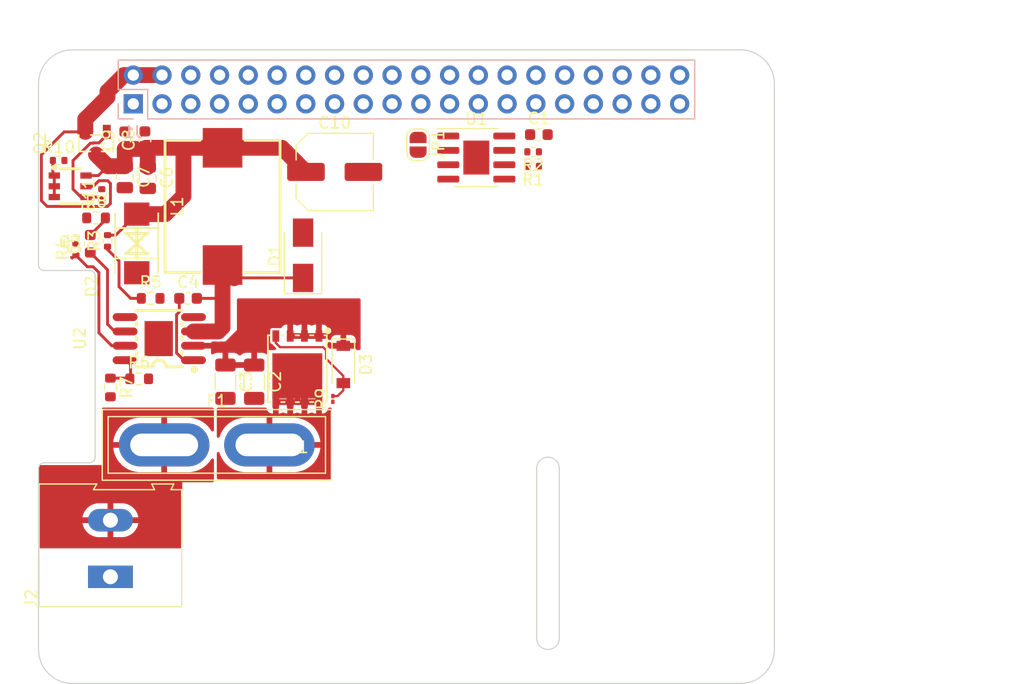
<source format=kicad_pcb>
(kicad_pcb (version 20211014) (generator pcbnew)
  (title_block (date "15 nov 2012"))
  (layers (0 "F.Cu" signal) (31 "B.Cu" signal) (34 "B.Paste" user) (35 "F.Paste" user) (36 "B.SilkS" user "B.Silkscreen") (37 "F.SilkS" user "F.Silkscreen") (38 "B.Mask" user) (39 "F.Mask" user) (44 "Edge.Cuts" user))
  (net 0 "")
  (net 1 "GND")
  (net 2 "/GPIO[2]{slash}SDA1")
  (net 3 "/GPIO[3]{slash}SCL1")
  (net 4 "/GPIO[4]{slash}GPCLK0")
  (net 5 "/GPIO[14]{slash}TXD0")
  (net 6 "/GPIO[15]{slash}RXD0")
  (net 7 "/GPIO[17]")
  (net 8 "/GPIO[18]{slash}PCM.CLK")
  (net 9 "/GPIO[27]")
  (net 10 "/GPIO[22]")
  (net 11 "/GPIO[23]")
  (net 12 "/GPIO[24]")
  (net 13 "/GPIO[10]{slash}SPI0.MOSI")
  (net 14 "/GPIO[9]{slash}SPI0.MISO")
  (net 15 "/GPIO[25]")
  (net 16 "/GPIO[11]{slash}SPI0.SCLK")
  (net 17 "/GPIO[8]{slash}SPI0.CE0")
  (net 18 "/GPIO[7]{slash}SPI0.CE1")
  (net 19 "/ID_SDA")
  (net 20 "/ID_SCL")
  (net 21 "/GPIO[5]")
  (net 22 "/GPIO[6]")
  (net 23 "/GPIO[12]{slash}PWM0")
  (net 24 "/GPIO[13]{slash}PWM1")
  (net 25 "/GPIO[19]{slash}PCM.FS")
  (net 26 "/GPIO[16]")
  (net 27 "/GPIO[26]")
  (net 28 "/GPIO[20]{slash}PCM.DIN")
  (net 29 "/GPIO[21]{slash}PCM.DOUT")
  (net 30 "+5V")
  (net 31 "+3.3V")
  (net 32 "+24V")
  (net 33 "Net-(C4-Pad1)")
  (net 34 "Net-(C5-Pad1)")
  (net 35 "Net-(C5-Pad2)")
  (net 36 "Net-(D3-Pad2)")
  (net 37 "/24V_PRE_FUSE")
  (net 38 "Net-(JP1-Pad1)")
  (net 39 "Net-(R3-Pad1)")
  (net 40 "Net-(R4-Pad1)")
  (net 41 "Net-(R6-Pad1)")
  (net 46 "/24V_PRE_PP")
  (net 47 "/PWR_5V_SW_OUT")
  (net 48 "+5VD")
  (net 49 "Net-(Q2-Pad1)")
  (net 50 "Net-(Q3-Pad1)")
  (footprint "Resistor_SMD:R_0402_1005Metric" (layer "F.Cu") (at 143.688 54.296 180)
    (fp_text reference "R1" (at 0 -1.17) (layer "F.SilkS"))
    (fp_text value "3.9k")
    (fp_line (start -0.153641 0.38) (end 0.153641 0.38) (layer "F.SilkS") (width 0.12))
    (fp_line (start -0.153641 -0.38) (end 0.153641 -0.38) (layer "F.SilkS") (width 0.12))
    (pad "1" smd roundrect (at -0.51 0 180) (size 0.54 0.64) (layers "F.Cu" "F.Paste" "F.Mask") (net 31 "+3.3V"))
    (pad "2" smd roundrect (at 0.51 0 180) (size 0.54 0.64) (layers "F.Cu" "F.Paste" "F.Mask") (net 19 "/ID_SDA"))
  )
  (footprint "Resistor_SMD:R_01005_0402Metric" (layer "F.Cu") (at 125.998 74.854 90)
    (fp_text reference "R9" (at 0 -1 90) (layer "F.SilkS"))
    (fp_text value "100")
    (pad "1" smd roundrect (at -0.25 0 90) (size 0.4 0.3) (layers "F.Cu" "F.Mask") (net 1 "GND"))
    (pad "2" smd roundrect (at 0.25 0 90) (size 0.4 0.3) (layers "F.Cu" "F.Mask") (net 36 "Net-(D3-Pad2)"))
  )
  (footprint "Capacitor_SMD:C_1206_3216Metric" (layer "F.Cu") (at 119.05 73.33 -90)
    (fp_text reference "C2" (at 0 -1.85 90) (layer "F.SilkS"))
    (fp_text value "10uF")
    (fp_line (start -0.711252 0.91) (end 0.711252 0.91) (layer "F.SilkS") (width 0.12))
    (fp_line (start -0.711252 -0.91) (end 0.711252 -0.91) (layer "F.SilkS") (width 0.12))
    (pad "1" smd roundrect (at -1.475 0 270) (size 1.15 1.8) (layers "F.Cu" "F.Paste" "F.Mask") (roundrect_rratio 0.217391) (net 32 "+24V"))
    (pad "2" smd roundrect (at 1.475 0 270) (size 1.15 1.8) (layers "F.Cu" "F.Paste" "F.Mask") (roundrect_rratio 0.217391) (net 1 "GND"))
  )
  (footprint "MountingHole:MountingHole_2.7mm_M2.5" (layer "F.Cu") (at 161.5 47.5)
    (fp_text reference "MH2" hide)
    (fp_text value "MountingHole_2.7mm_M2.5" hide)
    (pad "" np_thru_hole circle locked (at 0 0) (size 2.7 2.7) (drill 2.7) (layers *.Cu *.Mask))
  )
  (footprint "Resistor_SMD:R_0603_1608Metric" (layer "F.Cu") (at 108.89 73.076)
    (fp_text reference "R6" (at 0 -1.43) (layer "F.SilkS"))
    (fp_text value "43k")
    (fp_line (start -0.237258 -0.5225) (end 0.237258 -0.5225) (layer "F.SilkS") (width 0.12))
    (fp_line (start -0.237258 0.5225) (end 0.237258 0.5225) (layer "F.SilkS") (width 0.12))
    (pad "1" smd roundrect (at -0.825 0) (size 0.8 0.95) (layers "F.Cu" "F.Paste" "F.Mask") (net 41 "Net-(R6-Pad1)"))
    (pad "2" smd roundrect (at 0.825 0) (size 0.8 0.95) (layers "F.Cu" "F.Paste" "F.Mask") (net 30 "+5V"))
  )
  (footprint "Resistor_SMD:R_0603_1608Metric" (layer "F.Cu") (at 105.08 58.852)
    (fp_text reference "R8" (at 0 -1.43) (layer "F.SilkS"))
    (fp_text value "10k")
    (fp_line (start -0.237258 0.5225) (end 0.237258 0.5225) (layer "F.SilkS") (width 0.12))
    (fp_line (start -0.237258 -0.5225) (end 0.237258 -0.5225) (layer "F.SilkS") (width 0.12))
    (pad "1" smd roundrect (at -0.825 0) (size 0.8 0.95) (layers "F.Cu" "F.Paste" "F.Mask") (net 1 "GND"))
    (pad "2" smd roundrect (at 0.825 0) (size 0.8 0.95) (layers "F.Cu" "F.Paste" "F.Mask") (net 35 "Net-(C5-Pad2)"))
  )
  (footprint "eup3453wir1:SOIC-8_L4.9-W3.9-P1.27-LS6.0-BL-EP3.1" (layer "F.Cu") (at 110.668 69.52 90)
    (fp_text reference "U2" (at 0 -7.02 90) (layer "F.SilkS"))
    (fp_text value "EUP3453WIR1")
    (fp_line (start -1.15 2) (end -1.39 2) (layer "F.SilkS") (width 0.25))
    (fp_line (start -2.5 2) (end -2.5 0.6) (layer "F.SilkS") (width 0.25))
    (fp_line (start 1.39 -2) (end 1.15 -2) (layer "F.SilkS") (width 0.25))
    (fp_line (start 2.5 -2) (end 2.5 2) (layer "F.SilkS") (width 0.25))
    (fp_line (start -1.15 -2) (end -1.39 -2) (layer "F.SilkS") (width 0.25))
    (fp_line (start -2.42 -2) (end -2.5 -2) (layer "F.SilkS") (width 0.25))
    (fp_line (start 0.12 2) (end -0.12 2) (layer "F.SilkS") (width 0.25))
    (fp_line (start 2.5 -2) (end 2.42 -2) (layer "F.SilkS") (width 0.25))
    (fp_line (start -2.42 2) (end -2.5 2) (layer "F.SilkS") (width 0.25))
    (fp_line (start 0.12 -2) (end -0.12 -2) (layer "F.SilkS") (width 0.25))
    (fp_line (start 1.39 2) (end 1.15 2) (layer "F.SilkS") (width 0.25))
    (fp_line (start -2.5 -2) (end -2.5 -0.6) (layer "F.SilkS") (width 0.25))
    (fp_line (start 2.5 2) (end 2.42 2) (layer "F.SilkS") (width 0.25))
    (fp_arc (start -2.5 -0.6) (mid -1.9 0) (end -2.5 0.6) (layer "F.SilkS") (width 0.25))
    (fp_circle (center -2.74 3.1) (end -2.55 3.1) (layer "F.SilkS") (width 0.25) (fill none))
    (pad "1" smd oval locked (at -1.91 3.02 270) (size 0.7 2.2) (layers "F.Cu" "F.Paste" "F.Mask") (net 33 "Net-(C4-Pad1)"))
    (pad "2" smd oval locked (at -0.63 3.02 270) (size 0.7 2.2) (layers "F.Cu" "F.Paste" "F.Mask") (net 32 "+24V"))
    (pad "3" smd oval locked (at 0.63 3.02 270) (size 0.7 2.2) (layers "F.Cu" "F.Paste" "F.Mask") (net 47 "/PWR_5V_SW_OUT"))
    (pad "4" smd oval locked (at 1.9 3.02 270) (size 0.7 2.2) (layers "F.Cu" "F.Paste" "F.Mask") (net 1 "GND"))
    (pad "5" smd oval locked (at 1.9 -3.02 270) (size 0.7 2.2) (layers "F.Cu" "F.Paste" "F.Mask") (net 39 "Net-(R3-Pad1)"))
    (pad "6" smd oval locked (at 0.63 -3.02 270) (size 0.7 2.2) (layers "F.Cu" "F.Paste" "F.Mask") (net 34 "Net-(C5-Pad1)"))
    (pad "7" smd oval locked (at -0.63 -3.02 270) (size 0.7 2.2) (layers "F.Cu" "F.Paste" "F.Mask") (net 40 "Net-(R4-Pad1)"))
    (pad "8" smd oval locked (at -1.91 -3.02 270) (size 0.7 2.2) (layers "F.Cu" "F.Paste" "F.Mask") (net 41 "Net-(R6-Pad1)"))
    (pad "9" smd rect locked (at 0 -0.05 180) (size 2.5 3.1) (layers "F.Cu" "F.Paste" "F.Mask"))
  )
  (footprint "Resistor_SMD:R_0402_1005Metric" (layer "F.Cu") (at 143.688 53.01 180)
    (fp_text reference "R2" (at 0 -1.17) (layer "F.SilkS"))
    (fp_text value "3.9k")
    (fp_line (start -0.153641 -0.38) (end 0.153641 -0.38) (layer "F.SilkS") (width 0.12))
    (fp_line (start -0.153641 0.38) (end 0.153641 0.38) (layer "F.SilkS") (width 0.12))
    (pad "1" smd roundrect (at -0.51 0 180) (size 0.54 0.64) (layers "F.Cu" "F.Paste" "F.Mask") (net 31 "+3.3V"))
    (pad "2" smd roundrect (at 0.51 0 180) (size 0.54 0.64) (layers "F.Cu" "F.Paste" "F.Mask") (net 20 "/ID_SCL"))
  )
  (footprint "Capacitor_SMD:C_Elec_6.3x5.4" (layer "F.Cu") (at 126.162 54.788)
    (fp_text reference "C10" (at 0 -4.35) (layer "F.SilkS"))
    (fp_text value "220uF")
    (fp_line (start 3.41 -3.41) (end 3.41 -1.06) (layer "F.SilkS") (width 0.12))
    (fp_line (start 3.41 3.41) (end 3.41 1.06) (layer "F.SilkS") (width 0.12))
    (fp_line (start -3.41 2.345563) (end -2.345563 3.41) (layer "F.SilkS") (width 0.12))
    (fp_line (start -2.345563 -3.41) (end 3.41 -3.41) (layer "F.SilkS") (width 0.12))
    (fp_line (start -3.41 2.345563) (end -3.41 1.06) (layer "F.SilkS") (width 0.12))
    (fp_line (start -2.345563 3.41) (end 3.41 3.41) (layer "F.SilkS") (width 0.12))
    (fp_line (start -3.41 -2.345563) (end -3.41 -1.06) (layer "F.SilkS") (width 0.12))
    (fp_line (start -3.41 -2.345563) (end -2.345563 -3.41) (layer "F.SilkS") (width 0.12))
    (pad "1" smd roundrect (at -2.5375 0) (size 3.325 1.6) (layers "F.Cu" "F.Paste" "F.Mask") (roundrect_rratio 0.15625) (net 30 "+5V"))
    (pad "2" smd roundrect (at 2.5375 0) (size 3.325 1.6) (layers "F.Cu" "F.Paste" "F.Mask") (roundrect_rratio 0.15625) (net 1 "GND"))
  )
  (footprint "Resistor_SMD:R_0402_1005Metric" (layer "F.Cu") (at 105.588 56.82 90)
    (fp_text reference "R11" (at 0 -1.17 90) (layer "F.SilkS"))
    (fp_text value "47k")
    (fp_line (start -0.153641 0.38) (end 0.153641 0.38) (layer "F.SilkS") (width 0.12))
    (fp_line (start -0.153641 -0.38) (end 0.153641 -0.38) (layer "F.SilkS") (width 0.12))
    (pad "1" smd roundrect (at -0.51 0 90) (size 0.54 0.64) (layers "F.Cu" "F.Paste" "F.Mask") (net 49 "Net-(Q2-Pad1)"))
    (pad "2" smd roundrect (at 0.51 0 90) (size 0.54 0.64) (layers "F.Cu" "F.Paste" "F.Mask") (net 1 "GND"))
  )
  (footprint "SMMS1050-330M:IND-SMD_L11.5-W10.0" (layer "F.Cu") (at 116.256 57.836 90)
    (fp_text reference "L1" (at 0 -4 90) (layer "F.SilkS"))
    (fp_text value "33uH")
    (fp_line (start -5.84 1.98) (end -5.84 5.08) (layer "F.SilkS") (width 0.25))
    (fp_line (start 5.84 -5.08) (end -5.84 -5.08) (layer "F.SilkS") (width 0.25))
    (fp_line (start 5.84 -1.98) (end 5.84 -5.08) (layer "F.SilkS") (width 0.25))
    (fp_line (start 5.84 5.08) (end 5.84 1.98) (layer "F.SilkS") (width 0.25))
    (fp_line (start -5.84 -5.08) (end -5.84 -1.98) (layer "F.SilkS") (width 0.25))
    (fp_line (start -5.84 5.08) (end 5.84 5.08) (layer "F.SilkS") (width 0.25))
    (pad "1" smd rect locked (at -5.18 0 90) (size 3.5 3.5) (layers "F.Cu" "F.Paste" "F.Mask") (net 47 "/PWR_5V_SW_OUT"))
    (pad "2" smd rect locked (at 5.18 0 90) (size 3.5 3.5) (layers "F.Cu" "F.Paste" "F.Mask") (net 30 "+5V"))
  )
  (footprint "Capacitor_SMD:C_0805_2012Metric" (layer "F.Cu") (at 109.652 55.296 -90)
    (fp_text reference "C6" (at 0 -1.68 90) (layer "F.SilkS"))
    (fp_text value "22uF")
    (fp_line (start -0.261252 -0.735) (end 0.261252 -0.735) (layer "F.SilkS") (width 0.12))
    (fp_line (start -0.261252 0.735) (end 0.261252 0.735) (layer "F.SilkS") (width 0.12))
    (pad "1" smd roundrect (at -0.95 0 270) (size 1 1.45) (layers "F.Cu" "F.Paste" "F.Mask") (net 30 "+5V"))
    (pad "2" smd roundrect (at 0.95 0 270) (size 1 1.45) (layers "F.Cu" "F.Paste" "F.Mask") (net 1 "GND"))
  )
  (footprint "Package_SO:SOIC-8-1EP_3.9x4.9mm_P1.27mm_EP2.29x3mm" (layer "F.Cu") (at 138.67 53.518)
    (fp_text reference "U1" (at 0 -3.4) (layer "F.SilkS"))
    (fp_text value "CAT24C256")
    (fp_line (start 0 -2.56) (end -3.45 -2.56) (layer "F.SilkS") (width 0.12))
    (fp_line (start 0 -2.56) (end 1.95 -2.56) (layer "F.SilkS") (width 0.12))
    (fp_line (start 0 2.56) (end -1.95 2.56) (layer "F.SilkS") (width 0.12))
    (fp_line (start 0 2.56) (end 1.95 2.56) (layer "F.SilkS") (width 0.12))
    (pad "1" smd roundrect (at -2.475 -1.905) (size 1.95 0.6) (layers "F.Cu" "F.Paste" "F.Mask"))
    (pad "2" smd roundrect (at -2.475 -0.635) (size 1.95 0.6) (layers "F.Cu" "F.Paste" "F.Mask"))
    (pad "3" smd roundrect (at -2.475 0.635) (size 1.95 0.6) (layers "F.Cu" "F.Paste" "F.Mask"))
    (pad "4" smd roundrect (at -2.475 1.905) (size 1.95 0.6) (layers "F.Cu" "F.Paste" "F.Mask") (net 1 "GND"))
    (pad "5" smd roundrect (at 2.475 1.905) (size 1.95 0.6) (layers "F.Cu" "F.Paste" "F.Mask") (net 19 "/ID_SDA"))
    (pad "6" smd roundrect (at 2.475 0.635) (size 1.95 0.6) (layers "F.Cu" "F.Paste" "F.Mask") (net 20 "/ID_SCL"))
    (pad "7" smd roundrect (at 2.475 -0.635) (size 1.95 0.6) (layers "F.Cu" "F.Paste" "F.Mask") (net 38 "Net-(JP1-Pad1)"))
    (pad "8" smd roundrect (at 2.475 -1.905) (size 1.95 0.6) (layers "F.Cu" "F.Paste" "F.Mask") (net 31 "+3.3V"))
    (pad "9" smd rect (at 0 0) (size 2.29 3) (layers "F.Cu" "F.Mask"))
  )
  (footprint "Capacitor_SMD:C_0603_1608Metric" (layer "F.Cu") (at 104.572 61.138 90)
    (fp_text reference "C5" (at 0 -1.43 90) (layer "F.SilkS"))
    (fp_text value "1.5nF")
    (fp_line (start -0.14058 0.51) (end 0.14058 0.51) (layer "F.SilkS") (width 0.12))
    (fp_line (start -0.14058 -0.51) (end 0.14058 -0.51) (layer "F.SilkS") (width 0.12))
    (pad "1" smd roundrect (at -0.775 0 90) (size 0.9 0.95) (layers "F.Cu" "F.Paste" "F.Mask") (net 34 "Net-(C5-Pad1)"))
    (pad "2" smd roundrect (at 0.775 0 90) (size 0.9 0.95) (layers "F.Cu" "F.Paste" "F.Mask") (net 35 "Net-(C5-Pad2)"))
  )
  (footprint "Capacitor_SMD:C_0603_1608Metric" (layer "F.Cu") (at 109.398 51.981 90)
    (fp_text reference "C8" (at 0 -1.43 90) (layer "F.SilkS"))
    (fp_text value "1nF")
    (fp_line (start -0.14058 0.51) (end 0.14058 0.51) (layer "F.SilkS") (width 0.12))
    (fp_line (start -0.14058 -0.51) (end 0.14058 -0.51) (layer "F.SilkS") (width 0.12))
    (pad "1" smd roundrect (at -0.775 0 90) (size 0.9 0.95) (layers "F.Cu" "F.Paste" "F.Mask") (net 30 "+5V"))
    (pad "2" smd roundrect (at 0.775 0 90) (size 0.9 0.95) (layers "F.Cu" "F.Paste" "F.Mask") (net 1 "GND"))
  )
  (footprint "Capacitor_SMD:C_0805_2012Metric" (layer "F.Cu") (at 107.62 55.23 -90)
    (fp_text reference "C7" (at 0 -1.68 -270) (layer "F.SilkS"))
    (fp_text value "22uF")
    (fp_line (start -0.261252 -0.735) (end 0.261252 -0.735) (layer "F.SilkS") (width 0.12))
    (fp_line (start -0.261252 0.735) (end 0.261252 0.735) (layer "F.SilkS") (width 0.12))
    (pad "1" smd roundrect (at -0.95 0 270) (size 1 1.45) (layers "F.Cu" "F.Paste" "F.Mask") (net 30 "+5V"))
    (pad "2" smd roundrect (at 0.95 0 270) (size 1 1.45) (layers "F.Cu" "F.Paste" "F.Mask") (net 1 "GND"))
  )
  (footprint "Resistor_SMD:R_0402_1005Metric" (layer "F.Cu") (at 101.778 53.772)
    (fp_text reference "R10" (at 0 -1.17) (layer "F.SilkS"))
    (fp_text value "10k")
    (fp_line (start -0.153641 -0.38) (end 0.153641 -0.38) (layer "F.SilkS") (width 0.12))
    (fp_line (start -0.153641 0.38) (end 0.153641 0.38) (layer "F.SilkS") (width 0.12))
    (pad "1" smd roundrect (at -0.51 0) (size 0.54 0.64) (layers "F.Cu" "F.Paste" "F.Mask") (net 50 "Net-(Q3-Pad1)"))
    (pad "2" smd roundrect (at 0.51 0) (size 0.54 0.64) (layers "F.Cu" "F.Paste" "F.Mask") (net 1 "GND"))
  )
  (footprint "MountingHole:MountingHole_2.7mm_M2.5" (layer "F.Cu") (at 103.5 96.5)
    (fp_text reference "MH3" hide)
    (fp_text value "MountingHole_2.7mm_M2.5" hide)
    (pad "" np_thru_hole circle locked (at 0 0) (size 2.7 2.7) (drill 2.7) (layers *.Cu *.Mask))
  )
  (footprint "Diode_SMD:D_SMA" (layer "F.Cu") (at 123.368 62.154 90)
    (fp_text reference "D1" (at 0 -2.5 90) (layer "F.SilkS"))
    (fp_text value "B340")
    (fp_line (start -3.4 -1.65) (end 2 -1.65) (layer "F.SilkS") (width 0.12))
    (fp_line (start -3.4 1.65) (end 2 1.65) (layer "F.SilkS") (width 0.12))
    (fp_line (start -3.4 -1.65) (end -3.4 1.65) (layer "F.SilkS") (width 0.12))
    (pad "1" smd rect (at -2 0 90) (size 2.5 1.8) (layers "F.Cu" "F.Paste" "F.Mask") (net 47 "/PWR_5V_SW_OUT"))
    (pad "2" smd rect (at 2 0 90) (size 2.5 1.8) (layers "F.Cu" "F.Paste" "F.Mask") (net 1 "GND"))
  )
  (footprint "Resistor_SMD:R_0603_1608Metric" (layer "F.Cu") (at 106.35 73.838 -90)
    (fp_text reference "R7" (at 0 -1.43 90) (layer "F.SilkS"))
    (fp_text value "10k")
    (fp_line (start -0.237258 0.5225) (end 0.237258 0.5225) (layer "F.SilkS") (width 0.12))
    (fp_line (start -0.237258 -0.5225) (end 0.237258 -0.5225) (layer "F.SilkS") (width 0.12))
    (pad "1" smd roundrect (at -0.825 0 270) (size 0.8 0.95) (layers "F.Cu" "F.Paste" "F.Mask") (net 41 "Net-(R6-Pad1)"))
    (pad "2" smd roundrect (at 0.825 0 270) (size 0.8 0.95) (layers "F.Cu" "F.Paste" "F.Mask") (net 1 "GND"))
  )
  (footprint "MountingHole:MountingHole_2.7mm_M2.5" (layer "F.Cu") (at 103.5 47.5)
    (fp_text reference "MH1" hide)
    (fp_text value "MountingHole_2.7mm_M2.5" hide)
    (pad "" np_thru_hole circle locked (at 0 0) (size 2.7 2.7) (drill 2.7) (layers *.Cu *.Mask))
  )
  (footprint "Diode_SMD:D_SOD-123" (layer "F.Cu") (at 126.924 71.806 -90)
    (fp_text reference "D3" (at 0 -2 90) (layer "F.SilkS"))
    (fp_text value "MM1Z9V1")
    (fp_line (start -2.25 -1) (end 1.65 -1) (layer "F.SilkS") (width 0.12))
    (fp_line (start -2.25 -1) (end -2.25 1) (layer "F.SilkS") (width 0.12))
    (fp_line (start -2.25 1) (end 1.65 1) (layer "F.SilkS") (width 0.12))
    (pad "1" smd rect (at -1.65 0 270) (size 0.9 1.2) (layers "F.Cu" "F.Paste" "F.Mask") (net 32 "+24V"))
    (pad "2" smd rect (at 1.65 0 270) (size 0.9 1.2) (layers "F.Cu" "F.Paste" "F.Mask") (net 36 "Net-(D3-Pad2)"))
  )
  (footprint "Resistor_SMD:R_0402_1005Metric" (layer "F.Cu") (at 106.096 60.884 90)
    (fp_text reference "R3" (at 0 -1.17 90) (layer "F.SilkS"))
    (fp_text value "44.2k")
    (fp_line (start -0.153641 -0.38) (end 0.153641 -0.38) (layer "F.SilkS") (width 0.12))
    (fp_line (start -0.153641 0.38) (end 0.153641 0.38) (layer "F.SilkS") (width 0.12))
    (pad "1" smd roundrect (at -0.51 0 90) (size 0.54 0.64) (layers "F.Cu" "F.Paste" "F.Mask") (net 39 "Net-(R3-Pad1)"))
    (pad "2" smd roundrect (at 0.51 0 90) (size 0.54 0.64) (layers "F.Cu" "F.Paste" "F.Mask") (net 30 "+5V"))
  )
  (footprint "Capacitor_SMD:C_0603_1608Metric" (layer "F.Cu") (at 113.208 65.964)
    (fp_text reference "C4" (at 0 -1.43) (layer "F.SilkS"))
    (fp_text value "10nF")
    (fp_line (start -0.14058 0.51) (end 0.14058 0.51) (layer "F.SilkS") (width 0.12))
    (fp_line (start -0.14058 -0.51) (end 0.14058 -0.51) (layer "F.SilkS") (width 0.12))
    (pad "1" smd roundrect (at -0.775 0) (size 0.9 0.95) (layers "F.Cu" "F.Paste" "F.Mask") (net 33 "Net-(C4-Pad1)"))
    (pad "2" smd roundrect (at 0.775 0) (size 0.9 0.95) (layers "F.Cu" "F.Paste" "F.Mask") (net 47 "/PWR_5V_SW_OUT"))
  )
  (footprint "dmmt5401-f-7:SOT-23-6_L2.9-W1.6-P0.95-LS2.8-BR" (layer "F.Cu") (at 102.794 56.058 180)
    (fp_text reference "Q3" (at 0 -4.95) (layer "F.SilkS"))
    (fp_text value "DMMT5401-7-F")
    (fp_line (start -0.9 1.55) (end 0.9 1.55) (layer "F.SilkS") (width 0.25))
    (fp_line (start -0.9 -1.55) (end 0.9 -1.55) (layer "F.SilkS") (width 0.25))
    (fp_circle (center 1.4 1.65) (end 1.53 1.65) (layer "F.SilkS") (width 0.25) (fill none))
    (pad "1" smd rect locked (at 1.4 0.95 180) (size 1 0.55) (layers "F.Cu" "F.Paste" "F.Mask") (net 50 "Net-(Q3-Pad1)"))
    (pad "2" smd rect locked (at 1.4 0 180) (size 1 0.55) (layers "F.Cu" "F.Paste" "F.Mask") (net 50 "Net-(Q3-Pad1)"))
    (pad "3" smd rect locked (at 1.4 -0.95 180) (size 1 0.55) (layers "F.Cu" "F.Paste" "F.Mask") (net 50 "Net-(Q3-Pad1)"))
    (pad "4" smd rect locked (at -1.4 -0.95 180) (size 1 0.55) (layers "F.Cu" "F.Paste" "F.Mask") (net 49 "Net-(Q2-Pad1)"))
    (pad "5" smd rect locked (at -1.4 0 180) (size 1 0.55) (layers "F.Cu" "F.Paste" "F.Mask") (net 48 "+5VD"))
    (pad "6" smd rect locked (at -1.4 0.95 180) (size 1 0.55) (layers "F.Cu" "F.Paste" "F.Mask") (net 30 "+5V"))
  )
  (footprint "hy15p03c2:DFN-8_L5.9-W5.2-P1.27-LS6.2-BL" (layer "F.Cu") (at 122.86 72.212 180)
    (fp_text reference "Q1" (at 0 -6.92) (layer "F.SilkS"))
    (fp_text value "HY15P03C2")
    (fp_line (start -1.12 2.98) (end -1.42 2.98) (layer "F.SilkS") (width 0.15))
    (fp_line (start -2.6 -2.92) (end -2.39 -2.92) (layer "F.SilkS") (width 0.15))
    (fp_line (start -1.42 -2.92) (end -1.12 -2.92) (layer "F.SilkS") (width 0.15))
    (fp_line (start 1.12 -2.92) (end 1.42 -2.92) (layer "F.SilkS") (width 0.15))
    (fp_line (start -0.15 -2.92) (end 0.15 -2.92) (layer "F.SilkS") (width 0.15))
    (fp_line (start 2.6 -2.92) (end 2.6 2.98) (layer "F.SilkS") (width 0.15))
    (fp_line (start 2.6 2.98) (end 2.39 2.98) (layer "F.SilkS") (width 0.15))
    (fp_line (start 0.15 2.98) (end -0.15 2.98) (layer "F.SilkS") (width 0.15))
    (fp_line (start -2.39 2.98) (end -2.6 2.98) (layer "F.SilkS") (width 0.15))
    (fp_line (start 1.42 2.98) (end 1.12 2.98) (layer "F.SilkS") (width 0.15))
    (fp_line (start 2.39 -2.92) (end 2.6 -2.92) (layer "F.SilkS") (width 0.15))
    (fp_line (start -2.6 2.98) (end -2.6 -2.92) (layer "F.SilkS") (width 0.15))
    (fp_circle (center -2.7 3.38) (end -2.55 3.38) (layer "F.SilkS") (width 0.3) (fill none))
    (pad "1" smd rect locked (at -1.91 2.92 180) (size 0.6 1) (layers "F.Cu" "F.Paste" "F.Mask") (net 32 "+24V"))
    (pad "2" smd rect locked (at -0.63 2.92 180) (size 0.6 1) (layers "F.Cu" "F.Paste" "F.Mask") (net 32 "+24V"))
    (pad "3" smd rect locked (at 0.63 2.92 180) (size 0.6 1) (layers "F.Cu" "F.Paste" "F.Mask") (net 32 "+24V"))
    (pad "4" smd rect locked (at 1.9 2.92 180) (size 0.6 1) (layers "F.Cu" "F.Paste" "F.Mask") (net 36 "Net-(D3-Pad2)"))
    (pad "5" smd rect locked (at 1.9 -2.92 180) (size 0.6 1) (layers "F.Cu" "F.Paste" "F.Mask") (net 46 "/24V_PRE_PP"))
    (pad "6" smd rect locked (at 0.63 -2.92 180) (size 0.6 1) (layers "F.Cu" "F.Paste" "F.Mask") (net 46 "/24V_PRE_PP"))
    (pad "7" smd rect locked (at -0.63 -2.92 180) (size 0.6 1) (layers "F.Cu" "F.Paste" "F.Mask") (net 46 "/24V_PRE_PP"))
    (pad "8" smd rect locked (at -1.91 -2.92 180) (size 0.6 1) (layers "F.Cu" "F.Paste" "F.Mask") (net 46 "/24V_PRE_PP"))
    (pad "9" smd rect locked (at 0 -0.61 180) (size 4.41 4) (layers "F.Cu" "F.Paste" "F.Mask") (net 46 "/24V_PRE_PP"))
  )
  (footprint "Fuse:Fuse_Blade_ATO_directSolder" (layer "F.Cu") (at 111.098 78.918)
    (fp_text reference "F1" (at 4.65 -3.9) (layer "F.SilkS"))
    (fp_text value "Fuse")
    (fp_line (start 14.25 -2.5) (end 14.25 2.5) (layer "F.SilkS") (width 0.12))
    (fp_line (start 14.77 3.12) (end -5.47 3.12) (layer "F.SilkS") (width 0.12))
    (fp_line (start 14.77 3.12) (end 14.77 -3.12) (layer "F.SilkS") (width 0.12))
    (fp_line (start -5.47 -3.12) (end 14.77 -3.12) (layer "F.SilkS") (width 0.12))
    (fp_line (start -4.95 2.5) (end -4.95 -2.5) (layer "F.SilkS") (width 0.12))
    (fp_line (start -4.95 -2.5) (end 14.25 -2.5) (layer "F.SilkS") (width 0.12))
    (fp_line (start -5.47 -3.12) (end -5.47 3.12) (layer "F.SilkS") (width 0.12))
    (fp_line (start 14.25 2.5) (end -4.95 2.5) (layer "F.SilkS") (width 0.12))
    (pad "1" thru_hole oval (at 0 0) (size 8 3.8) (drill oval 6 2) (layers *.Cu *.Mask) (net 37 "/24V_PRE_FUSE"))
    (pad "2" thru_hole oval (at 9.3 0) (size 8 3.8) (drill oval 6 2) (layers *.Cu *.Mask) (net 46 "/24V_PRE_PP"))
  )
  (footprint "Capacitor_SMD:C_1206_3216Metric" (layer "F.Cu") (at 116.51 73.33 -90)
    (fp_text reference "C3" (at 0 -1.85 90) (layer "F.SilkS"))
    (fp_text value "10uF")
    (fp_line (start -0.711252 -0.91) (end 0.711252 -0.91) (layer "F.SilkS") (width 0.12))
    (fp_line (start -0.711252 0.91) (end 0.711252 0.91) (layer "F.SilkS") (width 0.12))
    (pad "1" smd roundrect (at -1.475 0 270) (size 1.15 1.8) (layers "F.Cu" "F.Paste" "F.Mask") (roundrect_rratio 0.217391) (net 32 "+24V"))
    (pad "2" smd roundrect (at 1.475 0 270) (size 1.15 1.8) (layers "F.Cu" "F.Paste" "F.Mask") (roundrect_rratio 0.217391) (net 1 "GND"))
  )
  (footprint "MountingHole:MountingHole_2.7mm_M2.5" (layer "F.Cu") (at 161.5 96.5)
    (fp_text reference "MH4" hide)
    (fp_text value "MountingHole_2.7mm_M2.5" hide)
    (pad "" np_thru_hole circle locked (at 0 0) (size 2.7 2.7) (drill 2.7) (layers *.Cu *.Mask))
  )
  (footprint "Capacitor_SMD:C_0603_1608Metric" (layer "F.Cu") (at 107.62 51.994 90)
    (fp_text reference "C9" (at 0 -1.43 90) (layer "F.SilkS"))
    (fp_text value "100nF")
    (fp_line (start -0.14058 -0.51) (end 0.14058 -0.51) (layer "F.SilkS") (width 0.12))
    (fp_line (start -0.14058 0.51) (end 0.14058 0.51) (layer "F.SilkS") (width 0.12))
    (pad "1" smd roundrect (at -0.775 0 90) (size 0.9 0.95) (layers "F.Cu" "F.Paste" "F.Mask") (net 30 "+5V"))
    (pad "2" smd roundrect (at 0.775 0 90) (size 0.9 0.95) (layers "F.Cu" "F.Paste" "F.Mask") (net 1 "GND"))
  )
  (footprint "TerminalBlock:TerminalBlock_Altech_AK300-2_P5.00mm" (layer "F.Cu") (at 106.35 90.573 90)
    (fp_text reference "J2" (at -1.92 -6.99 90) (layer "F.SilkS"))
    (fp_text value "Screw_Terminal_01x02")
    (fp_line (start 8.2 -1.2) (end 8.2 -6.3) (layer "F.SilkS") (width 0.12))
    (fp_line (start 8.2 -6.3) (end -2.65 -6.3) (layer "F.SilkS") (width 0.12))
    (fp_line (start 8.2 3.65) (end 7.7 3.9) (layer "F.SilkS") (width 0.12))
    (fp_line (start 7.7 3.9) (end 7.7 -1.5) (layer "F.SilkS") (width 0.12))
    (fp_line (start 7.7 -1.5) (end 8.2 -1.2) (layer "F.SilkS") (width 0.12))
    (fp_line (start 7.7 5.35) (end 8.2 5.6) (layer "F.SilkS") (width 0.12))
    (fp_line (start -2.65 -6.3) (end -2.65 6.3) (layer "F.SilkS") (width 0.12))
    (fp_line (start 8.2 3.7) (end 8.2 3.65) (layer "F.SilkS") (width 0.12))
    (fp_line (start 7.7 6.3) (end 7.7 5.35) (layer "F.SilkS") (width 0.12))
    (fp_line (start 8.2 5.6) (end 8.2 3.7) (layer "F.SilkS") (width 0.12))
    (fp_line (start -2.65 6.3) (end 7.7 6.3) (layer "F.SilkS") (width 0.12))
    (pad "1" thru_hole rect (at 0 0 90) (size 1.98 3.96) (drill 1.32) (layers *.Cu *.Mask) (net 1 "GND"))
    (pad "2" thru_hole oval (at 5 0 90) (size 1.98 3.96) (drill 1.32) (layers *.Cu *.Mask) (net 37 "/24V_PRE_FUSE"))
  )
  (footprint "dmg2305ux:SOT-23-3_L2.9-W1.3-P0.95-LS2.4-BR-1" (layer "F.Cu") (at 105.08 52.248 90)
    (fp_text reference "Q2" (at 0 -4.95 90) (layer "F.SilkS"))
    (fp_text value "DMG2305UX")
    (fp_line (start 0.73 -0.46) (end 0.73 0.46) (layer "F.SilkS") (width 0.15))
    (fp_line (start 0.73 1.53) (end -0.73 1.53) (layer "F.SilkS") (width 0.15))
    (fp_line (start -0.73 1.53) (end -0.73 0.49) (layer "F.SilkS") (width 0.15))
    (fp_line (start -0.73 -1.53) (end -0.73 -0.49) (layer "F.SilkS") (width 0.15))
    (fp_line (start 0.73 -1.53) (end -0.73 -1.53) (layer "F.SilkS") (width 0.15))
    (pad "1" smd rect locked (at 1 0.95 90) (size 1.25 0.7) (layers "F.Cu" "F.Paste" "F.Mask") (net 49 "Net-(Q2-Pad1)"))
    (pad "2" smd rect locked (at 1 -0.95 90) (size 1.25 0.7) (layers "F.Cu" "F.Paste" "F.Mask") (net 48 "+5VD"))
    (pad "3" smd rect locked (at -1 0 90) (size 1.25 0.7) (layers "F.Cu" "F.Paste" "F.Mask") (net 30 "+5V"))
  )
  (footprint "Resistor_SMD:R_0603_1608Metric" (layer "F.Cu") (at 109.906 65.964)
    (fp_text reference "R5" (at 0 -1.43) (layer "F.SilkS"))
    (fp_text value "10k")
    (fp_line (start -0.237258 -0.5225) (end 0.237258 -0.5225) (layer "F.SilkS") (width 0.12))
    (fp_line (start -0.237258 0.5225) (end 0.237258 0.5225) (layer "F.SilkS") (width 0.12))
    (pad "1" smd roundrect (at -0.825 0) (size 0.8 0.95) (layers "F.Cu" "F.Paste" "F.Mask") (net 39 "Net-(R3-Pad1)"))
    (pad "2" smd roundrect (at 0.825 0) (size 0.8 0.95) (layers "F.Cu" "F.Paste" "F.Mask") (net 1 "GND"))
  )
  (footprint "Capacitor_SMD:C_0603_1608Metric" (layer "F.Cu") (at 144.196 51.486)
    (fp_text reference "C1" (at 0 -1.43) (layer "F.SilkS"))
    (fp_text value "100n")
    (fp_line (start -0.14058 -0.51) (end 0.14058 -0.51) (layer "F.SilkS") (width 0.12))
    (fp_line (start -0.14058 0.51) (end 0.14058 0.51) (layer "F.SilkS") (width 0.12))
    (pad "1" smd roundrect (at -0.775 0) (size 0.9 0.95) (layers "F.Cu" "F.Paste" "F.Mask") (net 31 "+3.3V"))
    (pad "2" smd roundrect (at 0.775 0) (size 0.9 0.95) (layers "F.Cu" "F.Paste" "F.Mask") (net 1 "GND"))
  )
  (footprint "Jumper:SolderJumper-2_P1.3mm_Open_RoundedPad1.0x1.5mm" (layer "F.Cu") (at 133.528 52.39 -90)
    (fp_text reference "JP1" (at 0 -1.8 90) (layer "F.SilkS"))
    (fp_text value "ID_WP")
    (fp_line (start 1.4 -0.3) (end 1.4 0.3) (layer "F.SilkS") (width 0.12))
    (fp_line (start 0.7 1) (end -0.7 1) (layer "F.SilkS") (width 0.12))
    (fp_line (start -1.4 0.3) (end -1.4 -0.3) (layer "F.SilkS") (width 0.12))
    (fp_line (start -0.7 -1) (end 0.7 -1) (layer "F.SilkS") (width 0.12))
    (fp_arc (start -1.4 -0.3) (mid -1.194975 -0.794975) (end -0.7 -1) (layer "F.SilkS") (width 0.12))
    (fp_arc (start 1.4 0.3) (mid 1.194975 0.794975) (end 0.7 1) (layer "F.SilkS") (width 0.12))
    (fp_arc (start 0.7 -1) (mid 1.194975 -0.794975) (end 1.4 -0.3) (layer "F.SilkS") (width 0.12))
    (fp_arc (start -0.7 1) (mid -1.194975 0.794975) (end -1.4 0.3) (layer "F.SilkS") (width 0.12))
    (pad "1" smd custom (at -0.65 0 270) (size 1 0.5) (layers "F.Cu" "F.Mask") (net 38 "Net-(JP1-Pad1)") (options (clearance outline) (anchor rect)) (primitives (gr_circle (center 0 0.25) (end 0.5 0.25) (width 0) (fill yes)) (gr_circle (center 0 -0.25) (end 0.5 -0.25) (width 0) (fill yes)) (gr_poly (pts (xy 0.5 0.75) (xy 0 0.75) (xy 0 -0.75) (xy 0.5 -0.75)) (width 0) (fill yes))))
    (pad "2" smd custom (at 0.65 0 270) (size 1 0.5) (layers "F.Cu" "F.Mask") (net 31 "+3.3V") (options (clearance outline) (anchor rect)) (primitives (gr_circle (center 0 0.25) (end 0.5 0.25) (width 0) (fill yes)) (gr_circle (center 0 -0.25) (end 0.5 -0.25) (width 0) (fill yes)) (gr_poly (pts (xy 0 0.75) (xy -0.5 0.75) (xy -0.5 -0.75) (xy 0 -0.75)) (width 0) (fill yes))))
  )
  (footprint "Resistor_SMD:R_0402_1005Metric" (layer "F.Cu") (at 103.302 61.646 90)
    (fp_text reference "R4" (at 0 -1.17 90) (layer "F.SilkS"))
    (fp_text value "200k")
    (fp_line (start -0.153641 -0.38) (end 0.153641 -0.38) (layer "F.SilkS") (width 0.12))
    (fp_line (start -0.153641 0.38) (end 0.153641 0.38) (layer "F.SilkS") (width 0.12))
    (pad "1" smd roundrect (at -0.51 0 90) (size 0.54 0.64) (layers "F.Cu" "F.Paste" "F.Mask") (net 40 "Net-(R4-Pad1)"))
    (pad "2" smd roundrect (at 0.51 0 90) (size 0.54 0.64) (layers "F.Cu" "F.Paste" "F.Mask") (net 1 "GND"))
  )
  (footprint "smbj5.0ca-tp:SMB_L4.6-W3.6-LS5.3-BI" (layer "F.Cu") (at 108.676 61.108 90)
    (fp_text reference "D2" (at -3.81 -4 90) (layer "F.SilkS"))
    (fp_text value "SMBJ5.0CA-TP")
    (fp_line (start -0.89 -0.89) (end -0.89 -1.02) (layer "F.SilkS") (width 0.25))
    (fp_line (start -0.89 0.89) (end 0 0) (layer "F.SilkS") (width 0.25))
    (fp_line (start 0.89 1.02) (end 0.89 -1.02) (layer "F.SilkS") (width 0.25))
    (fp_line (start 0 0) (end -0.89 -0.89) (layer "F.SilkS") (width 0.25))
    (fp_line (start 0.89 -0.89) (end 0 0) (layer "F.SilkS") (width 0.25))
    (fp_line (start 1.36 1.89) (end 1.36 -1.89) (layer "F.SilkS") (width 0.15))
    (fp_line (start -0.89 1.02) (end -0.89 0.89) (layer "F.SilkS") (width 0.25))
    (fp_line (start -0.89 -1.02) (end -0.89 1.02) (layer "F.SilkS") (width 0.25))
    (fp_line (start -1.33 0.01) (end 1.36 0.01) (layer "F.SilkS") (width 0.25))
    (fp_line (start 2.67 1.9) (end -2.6 1.89) (layer "F.SilkS") (width 0.15))
    (fp_line (start 0 0) (end 0.89 0.89) (layer "F.SilkS") (width 0.25))
    (fp_line (start 0.89 -1.02) (end 0.89 -0.89) (layer "F.SilkS") (width 0.25))
    (fp_line (start 0.89 0.89) (end 0.89 1.02) (layer "F.SilkS") (width 0.25))
    (fp_line (start -1.33 1.89) (end -1.33 -1.89) (layer "F.SilkS") (width 0.15))
    (fp_line (start 2.66 -1.91) (end -2.59 -1.89) (layer "F.SilkS") (width 0.15))
    (pad "1" smd rect locked (at -2.59 0 90) (size 2.05 2.24) (layers "F.Cu" "F.Paste" "F.Mask") (net 1 "GND"))
    (pad "2" smd rect locked (at 2.59 0 90) (size 2.05 2.24) (layers "F.Cu" "F.Paste" "F.Mask") (net 30 "+5V"))
  )
  (footprint "Connector_PinSocket_2.54mm:PinSocket_2x20_P2.54mm_Vertical" (layer "B.Cu") (at 108.37 48.77 -90)
    (fp_text reference "J1" (at 2.5 0) (layer "B.SilkS") (effects (justify mirror)))
    (fp_text value "GPIO")
    (fp_line (start 1.33 -1.27) (end 1.33 -49.59) (layer "B.SilkS") (width 0.12))
    (fp_line (start -1.27 -1.27) (end 1.33 -1.27) (layer "B.SilkS") (width 0.12))
    (fp_line (start -3.87 1.33) (end -3.87 -49.59) (layer "B.SilkS") (width 0.12))
    (fp_line (start -3.87 -49.59) (end 1.33 -49.59) (layer "B.SilkS") (width 0.12))
    (fp_line (start 0 1.33) (end 1.33 1.33) (layer "B.SilkS") (width 0.12))
    (fp_line (start -3.87 1.33) (end -1.27 1.33) (layer "B.SilkS") (width 0.12))
    (fp_line (start 1.33 1.33) (end 1.33 0) (layer "B.SilkS") (width 0.12))
    (fp_line (start -1.27 1.33) (end -1.27 -1.27) (layer "B.SilkS") (width 0.12))
    (pad "1" thru_hole rect locked (at 0 0 270) (size 1.7 1.7) (drill 1) (layers *.Cu *.Mask) (net 31 "+3.3V"))
    (pad "2" thru_hole oval locked (at -2.54 0 270) (size 1.7 1.7) (drill 1) (layers *.Cu *.Mask) (net 48 "+5VD"))
    (pad "3" thru_hole oval locked (at 0 -2.54 270) (size 1.7 1.7) (drill 1) (layers *.Cu *.Mask) (net 2 "/GPIO[2]{slash}SDA1"))
    (pad "4" thru_hole oval locked (at -2.54 -2.54 270) (size 1.7 1.7) (drill 1) (layers *.Cu *.Mask) (net 48 "+5VD"))
    (pad "5" thru_hole oval locked (at 0 -5.08 270) (size 1.7 1.7) (drill 1) (layers *.Cu *.Mask) (net 3 "/GPIO[3]{slash}SCL1"))
    (pad "6" thru_hole oval locked (at -2.54 -5.08 270) (size 1.7 1.7) (drill 1) (layers *.Cu *.Mask) (net 1 "GND"))
    (pad "7" thru_hole oval locked (at 0 -7.62 270) (size 1.7 1.7) (drill 1) (layers *.Cu *.Mask) (net 4 "/GPIO[4]{slash}GPCLK0"))
    (pad "8" thru_hole oval locked (at -2.54 -7.62 270) (size 1.7 1.7) (drill 1) (layers *.Cu *.Mask) (net 5 "/GPIO[14]{slash}TXD0"))
    (pad "9" thru_hole oval locked (at 0 -10.16 270) (size 1.7 1.7) (drill 1) (layers *.Cu *.Mask) (net 1 "GND"))
    (pad "10" thru_hole oval locked (at -2.54 -10.16 270) (size 1.7 1.7) (drill 1) (layers *.Cu *.Mask) (net 6 "/GPIO[15]{slash}RXD0"))
    (pad "11" thru_hole oval locked (at 0 -12.7 270) (size 1.7 1.7) (drill 1) (layers *.Cu *.Mask) (net 7 "/GPIO[17]"))
    (pad "12" thru_hole oval locked (at -2.54 -12.7 270) (size 1.7 1.7) (drill 1) (layers *.Cu *.Mask) (net 8 "/GPIO[18]{slash}PCM.CLK"))
    (pad "13" thru_hole oval locked (at 0 -15.24 270) (size 1.7 1.7) (drill 1) (layers *.Cu *.Mask) (net 9 "/GPIO[27]"))
    (pad "14" thru_hole oval locked (at -2.54 -15.24 270) (size 1.7 1.7) (drill 1) (layers *.Cu *.Mask) (net 1 "GND"))
    (pad "15" thru_hole oval locked (at 0 -17.78 270) (size 1.7 1.7) (drill 1) (layers *.Cu *.Mask) (net 10 "/GPIO[22]"))
    (pad "16" thru_hole oval locked (at -2.54 -17.78 270) (size 1.7 1.7) (drill 1) (layers *.Cu *.Mask) (net 11 "/GPIO[23]"))
    (pad "17" thru_hole oval locked (at 0 -20.32 270) (size 1.7 1.7) (drill 1) (layers *.Cu *.Mask) (net 31 "+3.3V"))
    (pad "18" thru_hole oval locked (at -2.54 -20.32 270) (size 1.7 1.7) (drill 1) (layers *.Cu *.Mask) (net 12 "/GPIO[24]"))
    (pad "19" thru_hole oval locked (at 0 -22.86 270) (size 1.7 1.7) (drill 1) (layers *.Cu *.Mask) (net 13 "/GPIO[10]{slash}SPI0.MOSI"))
    (pad "20" thru_hole oval locked (at -2.54 -22.86 270) (size 1.7 1.7) (drill 1) (layers *.Cu *.Mask) (net 1 "GND"))
    (pad "21" thru_hole oval locked (at 0 -25.4 270) (size 1.7 1.7) (drill 1) (layers *.Cu *.Mask) (net 14 "/GPIO[9]{slash}SPI0.MISO"))
    (pad "22" thru_hole oval locked (at -2.54 -25.4 270) (size 1.7 1.7) (drill 1) (layers *.Cu *.Mask) (net 15 "/GPIO[25]"))
    (pad "23" thru_hole oval locked (at 0 -27.94 270) (size 1.7 1.7) (drill 1) (layers *.Cu *.Mask) (net 16 "/GPIO[11]{slash}SPI0.SCLK"))
    (pad "24" thru_hole oval locked (at -2.54 -27.94 270) (size 1.7 1.7) (drill 1) (layers *.Cu *.Mask) (net 17 "/GPIO[8]{slash}SPI0.CE0"))
    (pad "25" thru_hole oval locked (at 0 -30.48 270) (size 1.7 1.7) (drill 1) (layers *.Cu *.Mask) (net 1 "GND"))
    (pad "26" thru_hole oval locked (at -2.54 -30.48 270) (size 1.7 1.7) (drill 1) (layers *.Cu *.Mask) (net 18 "/GPIO[7]{slash}SPI0.CE1"))
    (pad "27" thru_hole oval locked (at 0 -33.02 270) (size 1.7 1.7) (drill 1) (layers *.Cu *.Mask) (net 19 "/ID_SDA"))
    (pad "28" thru_hole oval locked (at -2.54 -33.02 270) (size 1.7 1.7) (drill 1) (layers *.Cu *.Mask) (net 20 "/ID_SCL"))
    (pad "29" thru_hole oval locked (at 0 -35.56 270) (size 1.7 1.7) (drill 1) (layers *.Cu *.Mask) (net 21 "/GPIO[5]"))
    (pad "30" thru_hole oval locked (at -2.54 -35.56 270) (size 1.7 1.7) (drill 1) (layers *.Cu *.Mask) (net 1 "GND"))
    (pad "31" thru_hole oval locked (at 0 -38.1 270) (size 1.7 1.7) (drill 1) (layers *.Cu *.Mask) (net 22 "/GPIO[6]"))
    (pad "32" thru_hole oval locked (at -2.54 -38.1 270) (size 1.7 1.7) (drill 1) (layers *.Cu *.Mask) (net 23 "/GPIO[12]{slash}PWM0"))
    (pad "33" thru_hole oval locked (at 0 -40.64 270) (size 1.7 1.7) (drill 1) (layers *.Cu *.Mask) (net 24 "/GPIO[13]{slash}PWM1"))
    (pad "34" thru_hole oval locked (at -2.54 -40.64 270) (size 1.7 1.7) (drill 1) (layers *.Cu *.Mask) (net 1 "GND"))
    (pad "35" thru_hole oval locked (at 0 -43.18 270) (size 1.7 1.7) (drill 1) (layers *.Cu *.Mask) (net 25 "/GPIO[19]{slash}PCM.FS"))
    (pad "36" thru_hole oval locked (at -2.54 -43.18 270) (size 1.7 1.7) (drill 1) (layers *.Cu *.Mask) (net 26 "/GPIO[16]"))
    (pad "37" thru_hole oval locked (at 0 -45.72 270) (size 1.7 1.7) (drill 1) (layers *.Cu *.Mask) (net 27 "/GPIO[26]"))
    (pad "38" thru_hole oval locked (at -2.54 -45.72 270) (size 1.7 1.7) (drill 1) (layers *.Cu *.Mask) (net 28 "/GPIO[20]{slash}PCM.DIN"))
    (pad "39" thru_hole oval locked (at 0 -48.26 270) (size 1.7 1.7) (drill 1) (layers *.Cu *.Mask) (net 1 "GND"))
    (pad "40" thru_hole oval locked (at -2.54 -48.26 270) (size 1.7 1.7) (drill 1) (layers *.Cu *.Mask) (net 29 "/GPIO[21]{slash}PCM.DOUT"))
  )
  (gr_arc (start 100.5 63.5) (mid 100.146447 63.353553) (end 100 63) (layer "Edge.Cuts") (width 0.1))
  (gr_arc (start 162 44) (mid 164.12132 44.87868) (end 165 47) (layer "Edge.Cuts") (width 0.1))
  (gr_line (start 165 97) (end 165 47) (layer "Edge.Cuts") (width 0.1))
  (gr_line (start 100 47) (end 100 63) (layer "Edge.Cuts") (width 0.1))
  (gr_line (start 146 81) (end 146 96) (layer "Edge.Cuts") (width 0.1))
  (gr_line (start 144 96) (end 144 81) (layer "Edge.Cuts") (width 0.1))
  (gr_arc (start 103 100) (mid 100.87868 99.12132) (end 100 97) (layer "Edge.Cuts") (width 0.1))
  (gr_line (start 103 100) (end 162 100) (layer "Edge.Cuts") (width 0.1))
  (gr_line (start 104.5 80.5) (end 100.5 80.5) (layer "Edge.Cuts") (width 0.1))
  (gr_arc (start 144 81) (mid 145 80) (end 146 81) (layer "Edge.Cuts") (width 0.1))
  (gr_arc (start 100 81) (mid 100.146138 80.646755) (end 100.499127 80.500001) (layer "Edge.Cuts") (width 0.1))
  (gr_arc (start 165 97) (mid 164.12132 99.12132) (end 162 100) (layer "Edge.Cuts") (width 0.1))
  (gr_line (start 105 64) (end 105 80) (layer "Edge.Cuts") (width 0.1))
  (gr_arc (start 100 47) (mid 100.87868 44.87868) (end 103 44) (layer "Edge.Cuts") (width 0.1))
  (gr_arc (start 146 96) (mid 145 97) (end 144 96) (layer "Edge.Cuts") (width 0.1))
  (gr_line (start 100 81) (end 100 97) (layer "Edge.Cuts") (width 0.1))
  (gr_line (start 100.5 63.5) (end 104.5 63.5) (layer "Edge.Cuts") (width 0.1))
  (gr_arc (start 105 80) (mid 104.853553 80.353553) (end 104.5 80.5) (layer "Edge.Cuts") (width 0.1))
  (gr_arc (start 104.5 63.5) (mid 104.853553 63.646447) (end 105 64) (layer "Edge.Cuts") (width 0.1))
  (gr_line (start 162 44) (end 103 44) (layer "Edge.Cuts") (width 0.1))
  (segment (start 116.256 52.656) (end 112.8 52.656) (width 1.4) (layer "F.Cu") (net 30))
  (segment (start 104.194 55.108) (end 105.284 55.108) (width 0.254) (layer "F.Cu") (net 30))
  (segment (start 112.8 52.656) (end 109.498 52.656) (width 1.4) (layer "F.Cu") (net 30))
  (segment (start 109.652 53.01) (end 109.398 52.756) (width 1.4) (layer "F.Cu") (net 30))
  (segment (start 112.8 56.914) (end 112.8 52.656) (width 1.4) (layer "F.Cu") (net 30))
  (segment (start 109.498 52.656) (end 109.398 52.756) (width 1.4) (layer "F.Cu") (net 30))
  (segment (start 105.284 55.108) (end 106.112 54.28) (width 0.254) (layer "F.Cu") (net 30))
  (segment (start 116.052 52.452) (end 116.256 52.656) (width 1.4) (layer "F.Cu") (net 30))
  (segment (start 106.82 60.374) (end 108.676 58.518) (width 0.254) (layer "F.Cu") (net 30))
  (segment (start 108.676 58.518) (end 111.196 58.518) (width 1.4) (layer "F.Cu") (net 30))
  (segment (start 107.62 52.769) (end 107.62 54.28) (width 1.4) (layer "F.Cu") (net 30))
  (segment (start 111.196 58.518) (end 112.8 56.914) (width 1.4) (layer "F.Cu") (net 30))
  (segment (start 107.62 54.28) (end 106.112 54.28) (width 1.4) (layer "F.Cu") (net 30))
  (segment (start 109.652 54.346) (end 109.652 53.01) (width 1.4) (layer "F.Cu") (net 30))
  (segment (start 109.398 52.756) (end 107.633 52.756) (width 1.4) (layer "F.Cu") (net 30))
  (segment (start 116.256 52.656) (end 121.4925 52.656) (width 1.4) (layer "F.Cu") (net 30))
  (segment (start 121.4925 52.656) (end 123.6245 54.788) (width 1.4) (layer "F.Cu") (net 30))
  (segment (start 106.112 54.28) (end 105.08 53.248) (width 1.4) (layer "F.Cu") (net 30))
  (segment (start 106.096 60.374) (end 106.82 60.374) (width 0.254) (layer "F.Cu") (net 30))
  (segment (start 107.633 52.756) (end 107.62 52.769) (width 1.4) (layer "F.Cu") (net 30))
  (segment (start 112.433 67.167577) (end 112.195 67.405577) (width 0.254) (layer "F.Cu") (net 33))
  (segment (start 112.433 65.964) (end 112.433 67.167577) (width 0.254) (layer "F.Cu") (net 33))
  (segment (start 113.594 71.43) (end 114.196 71.43) (width 0.254) (layer "F.Cu") (net 33))
  (segment (start 112.835 71.43) (end 113.688 71.43) (width 0.254) (layer "F.Cu") (net 33))
  (segment (start 112.195 67.405577) (end 112.195 70.79) (width 0.254) (layer "F.Cu") (net 33))
  (segment (start 112.195 70.79) (end 112.835 71.43) (width 0.254) (layer "F.Cu") (net 33))
  (segment (start 106.736 68.89) (end 108.156 68.89) (width 0.254) (layer "F.Cu") (net 34))
  (segment (start 106.096 68.25) (end 106.736 68.89) (width 0.254) (layer "F.Cu") (net 34))
  (segment (start 106.096 63.437) (end 106.096 68.25) (width 0.254) (layer "F.Cu") (net 34))
  (segment (start 104.572 61.913) (end 106.096 63.437) (width 0.254) (layer "F.Cu") (net 34))
  (segment (start 105.905 58.852) (end 105.905 59.03) (width 0.254) (layer "F.Cu") (net 35))
  (segment (start 105.905 59.03) (end 104.572 60.363) (width 0.254) (layer "F.Cu") (net 35))
  (segment (start 125.4 70.536) (end 125.146 70.282) (width 0.2) (layer "F.Cu") (net 36))
  (segment (start 126.924 72.822) (end 125.4 71.298) (width 0.2) (layer "F.Cu") (net 36))
  (segment (start 125.998 74.604) (end 126.412 74.604) (width 0.2) (layer "F.Cu") (net 36))
  (segment (start 120.96 69.906) (end 120.96 69.292) (width 0.2) (layer "F.Cu") (net 36))
  (segment (start 125.146 70.282) (end 121.336 70.282) (width 0.2) (layer "F.Cu") (net 36))
  (segment (start 126.924 74.092) (end 126.924 73.456) (width 0.2) (layer "F.Cu") (net 36))
  (segment (start 126.924 73.456) (end 126.924 72.822) (width 0.2) (layer "F.Cu") (net 36))
  (segment (start 121.336 70.282) (end 120.96 69.906) (width 0.2) (layer "F.Cu") (net 36))
  (segment (start 125.4 71.298) (end 125.4 70.536) (width 0.2) (layer "F.Cu") (net 36))
  (segment (start 126.412 74.604) (end 126.924 74.092) (width 0.2) (layer "F.Cu") (net 36))
  (segment (start 106.096 61.394) (end 106.096 61.646) (width 0.254) (layer "F.Cu") (net 39))
  (segment (start 107.112 62.662) (end 107.112 64.933) (width 0.254) (layer "F.Cu") (net 39))
  (segment (start 106.096 61.646) (end 107.112 62.662) (width 0.254) (layer "F.Cu") (net 39))
  (segment (start 108.143 65.964) (end 109.081 65.964) (width 0.254) (layer "F.Cu") (net 39))
  (segment (start 107.112 64.933) (end 108.143 65.964) (width 0.254) (layer "F.Cu") (net 39))
  (segment (start 105.334 63.678) (end 105.334 69.012) (width 0.254) (layer "F.Cu") (net 40))
  (segment (start 103.302 62.156) (end 104.316 63.17) (width 0.254) (layer "F.Cu") (net 40))
  (segment (start 102.916 62.342) (end 102.982 62.408) (width 0.254) (layer "F.Cu") (net 40))
  (segment (start 104.826 63.17) (end 105.334 63.678) (width 0.254) (layer "F.Cu") (net 40))
  (segment (start 106.472 70.15) (end 108.156 70.15) (width 0.254) (layer "F.Cu") (net 40))
  (segment (start 104.316 63.17) (end 104.826 63.17) (width 0.254) (layer "F.Cu") (net 40))
  (segment (start 105.334 69.012) (end 106.472 70.15) (width 0.254) (layer "F.Cu") (net 40))
  (segment (start 107.752 71.43) (end 108.128 71.806) (width 0.254) (layer "F.Cu") (net 41))
  (segment (start 108.002 73.013) (end 108.065 73.076) (width 0.254) (layer "F.Cu") (net 41))
  (segment (start 108.128 71.806) (end 108.128 73.013) (width 0.254) (layer "F.Cu") (net 41))
  (segment (start 107.648 71.43) (end 107.752 71.43) (width 0.254) (layer "F.Cu") (net 41))
  (segment (start 108.128 73.013) (end 108.065 73.076) (width 0.254) (layer "F.Cu") (net 41))
  (segment (start 106.35 73.013) (end 108.002 73.013) (width 0.254) (layer "F.Cu") (net 41))
  (segment (start 117.394 64.154) (end 116.256 63.016) (width 0.254) (layer "F.Cu") (net 47))
  (segment (start 113.983 65.964) (end 116.256 65.964) (width 0.254) (layer "F.Cu") (net 47))
  (segment (start 116.256 65.964) (end 116.256 63.016) (width 1.4) (layer "F.Cu") (net 47))
  (segment (start 115.87 68.89) (end 113.688 68.89) (width 1.4) (layer "F.Cu") (net 47))
  (segment (start 123.368 64.154) (end 117.394 64.154) (width 0.254) (layer "F.Cu") (net 47))
  (segment (start 117.272 64.186) (end 117.24 64.154) (width 1.4) (layer "F.Cu") (net 47))
  (segment (start 116.256 68.504) (end 116.256 65.964) (width 1.4) (layer "F.Cu") (net 47))
  (segment (start 115.87 68.89) (end 116.256 68.504) (width 1.4) (layer "F.Cu") (net 47))
  (segment (start 100.254 57.328) (end 100.762 57.836) (width 0.254) (layer "F.Cu") (net 48))
  (segment (start 106.108 55.562) (end 106.35 55.804) (width 0.254) (layer "F.Cu") (net 48))
  (segment (start 104.13 50.12835) (end 106.096 48.16235) (width 1.4) (layer "F.Cu") (net 48))
  (segment (start 104.13 51.248) (end 104.13 50.12835) (width 1.4) (layer "F.Cu") (net 48))
  (segment (start 108.37 46.23) (end 110.91 46.23) (width 1.4) (layer "F.Cu") (net 48))
  (segment (start 104.13 51.248) (end 102.27 51.248) (width 0.254) (layer "F.Cu") (net 48))
  (segment (start 102.27 51.248) (end 100.254 53.264) (width 0.254) (layer "F.Cu") (net 48))
  (segment (start 106.096 57.836) (end 106.35 57.582) (width 0.254) (layer "F.Cu") (net 48))
  (segment (start 107.542 46.23) (end 108.37 46.23) (width 1.4) (layer "F.Cu") (net 48))
  (segment (start 106.35 55.804) (end 106.35 57.582) (width 0.254) (layer "F.Cu") (net 48))
  (segment (start 104.838 56.058) (end 105.334 55.562) (width 0.254) (layer "F.Cu") (net 48))
  (segment (start 100.762 57.836) (end 106.096 57.836) (width 0.254) (layer "F.Cu") (net 48))
  (segment (start 105.334 55.562) (end 106.108 55.562) (width 0.254) (layer "F.Cu") (net 48))
  (segment (start 100.254 53.264) (end 100.254 57.328) (width 0.254) (layer "F.Cu") (net 48))
  (segment (start 106.096 47.676) (end 107.542 46.23) (width 1.4) (layer "F.Cu") (net 48))
  (segment (start 106.096 48.16235) (end 106.096 47.676) (width 1.4) (layer "F.Cu") (net 48))
  (segment (start 104.194 56.058) (end 104.838 56.058) (width 0.254) (layer "F.Cu") (net 48))
  (segment (start 104.582397 52.248) (end 103.048 53.782397) (width 0.254) (layer "F.Cu") (net 49))
  (segment (start 103.048 53.782397) (end 103.048 56.312) (width 0.254) (layer "F.Cu") (net 49))
  (segment (start 104.194 57.008) (end 105.52 57.008) (width 0.254) (layer "F.Cu") (net 49))
  (segment (start 104.853 52.221) (end 104.826 52.248) (width 0.254) (layer "F.Cu") (net 49))
  (segment (start 104.826 52.248) (end 104.582397 52.248) (width 0.254) (layer "F.Cu") (net 49))
  (segment (start 105.332 52.221) (end 104.853 52.221) (width 0.254) (layer "F.Cu") (net 49))
  (segment (start 103.048 56.312) (end 103.744 57.008) (width 0.254) (layer "F.Cu") (net 49))
  (segment (start 106.03 51.248) (end 106.03 51.523) (width 0.254) (layer "F.Cu") (net 49))
  (segment (start 105.52 57.008) (end 105.588 57.076) (width 0.254) (layer "F.Cu") (net 49))
  (segment (start 106.03 51.523) (end 105.332 52.221) (width 0.254) (layer "F.Cu") (net 49))
  (segment (start 103.744 57.008) (end 104.194 57.008) (width 0.254) (layer "F.Cu") (net 49))
  (segment (start 106.03 51.806) (end 106.03 51.248) (width 0.2) (layer "F.Cu") (net 49))
  (segment (start 101.268 53.772) (end 101.268 54.982) (width 0.254) (layer "F.Cu") (net 50))
  (segment (start 101.268 54.982) (end 101.394 55.108) (width 0.254) (layer "F.Cu") (net 50))
  (segment (start 101.394 55.108) (end 101.394 56.058) (width 0.254) (layer "F.Cu") (net 50))
  (segment (start 101.394 56.058) (end 101.394 57.008) (width 0.254) (layer "F.Cu") (net 50))
  (zone (net 32) (net_name "+24V") (layer "F.Cu") (connect_pads (clearance 0)) (min_thickness 0.254) (fill yes (thermal_gap 0.508) (thermal_bridge_width 0.508))
    (polygon (pts (xy 128.448 70.536) (xy 120.32 70.536) (xy 120.32 72.568) (xy 115.24 72.568) (xy 115.24 70.536) (xy 112.446 70.536) (xy 112.446 69.774) (xy 116.51 69.774) (xy 117.526 68.758) (xy 117.526 65.964) (xy 128.448 65.964)))
  )
  (zone (net 37) (net_name "/24V_PRE_FUSE") (layer "F.Cu") (connect_pads (clearance 0)) (min_thickness 0.254) (fill yes (thermal_gap 0.508) (thermal_bridge_width 0.508))
    (polygon (pts (xy 115.494 82.22) (xy 112.7 82.22) (xy 112.7 88.062) (xy 100 88.062) (xy 100 80.696) (xy 105.588 80.696) (xy 105.588 75.616) (xy 115.494 75.616)))
  )
  (zone (net 46) (net_name "/24V_PRE_PP") (layer "F.Cu") (connect_pads (clearance 0)) (min_thickness 0.254) (fill yes (thermal_gap 0.508) (thermal_bridge_width 0.508))
    (polygon (pts (xy 125.146 75.616) (xy 125.908 75.616) (xy 125.908 81.966) (xy 115.748 81.966) (xy 115.748 75.616) (xy 120.32 75.616) (xy 120.32 70.79) (xy 125.146 70.79)))
  )
)
</source>
